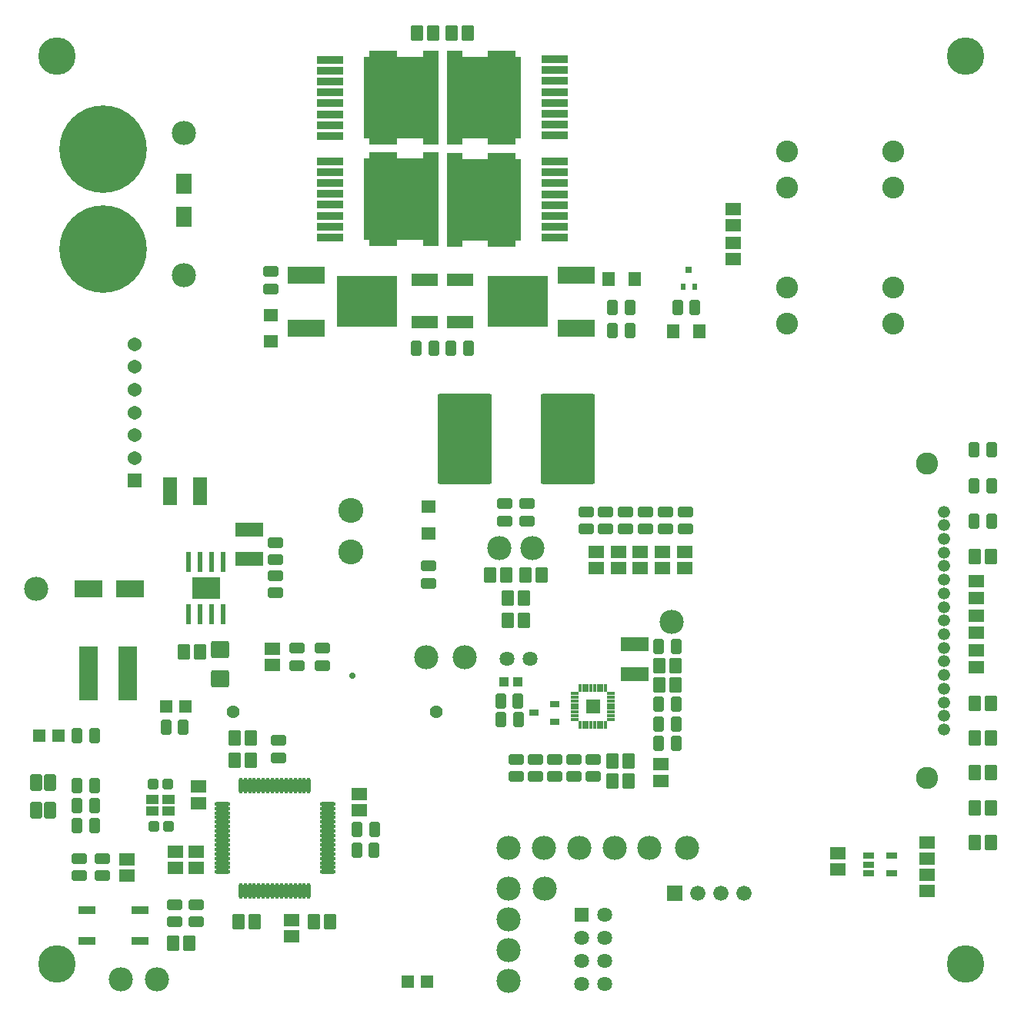
<source format=gts>
G04*
G04 #@! TF.GenerationSoftware,Altium Limited,Altium Designer,20.1.11 (218)*
G04*
G04 Layer_Color=8388736*
%FSAX25Y25*%
%MOIN*%
G70*
G04*
G04 #@! TF.SameCoordinates,67A62120-44F4-422E-8626-A4E8A68DA6A5*
G04*
G04*
G04 #@! TF.FilePolarity,Negative*
G04*
G01*
G75*
%ADD20R,0.12205X0.09449*%
G04:AMPARAMS|DCode=48|XSize=236.22mil|YSize=393.7mil|CornerRadius=11.81mil|HoleSize=0mil|Usage=FLASHONLY|Rotation=0.000|XOffset=0mil|YOffset=0mil|HoleType=Round|Shape=RoundedRectangle|*
%AMROUNDEDRECTD48*
21,1,0.23622,0.37008,0,0,0.0*
21,1,0.21260,0.39370,0,0,0.0*
1,1,0.02362,0.10630,-0.18504*
1,1,0.02362,-0.10630,-0.18504*
1,1,0.02362,-0.10630,0.18504*
1,1,0.02362,0.10630,0.18504*
%
%ADD48ROUNDEDRECTD48*%
%ADD55R,0.07900X0.23600*%
%ADD60R,0.11900X0.07200*%
G04:AMPARAMS|DCode=63|XSize=46.34mil|YSize=64.06mil|CornerRadius=6.63mil|HoleSize=0mil|Usage=FLASHONLY|Rotation=180.000|XOffset=0mil|YOffset=0mil|HoleType=Round|Shape=RoundedRectangle|*
%AMROUNDEDRECTD63*
21,1,0.04634,0.05079,0,0,180.0*
21,1,0.03307,0.06406,0,0,180.0*
1,1,0.01327,-0.01654,0.02539*
1,1,0.01327,0.01654,0.02539*
1,1,0.01327,0.01654,-0.02539*
1,1,0.01327,-0.01654,-0.02539*
%
%ADD63ROUNDEDRECTD63*%
%ADD64R,0.12311X0.06406*%
G04:AMPARAMS|DCode=65|XSize=46.34mil|YSize=64.06mil|CornerRadius=6.63mil|HoleSize=0mil|Usage=FLASHONLY|Rotation=90.000|XOffset=0mil|YOffset=0mil|HoleType=Round|Shape=RoundedRectangle|*
%AMROUNDEDRECTD65*
21,1,0.04634,0.05079,0,0,90.0*
21,1,0.03307,0.06406,0,0,90.0*
1,1,0.01327,0.02539,0.01654*
1,1,0.01327,0.02539,-0.01654*
1,1,0.01327,-0.02539,-0.01654*
1,1,0.01327,-0.02539,0.01654*
%
%ADD65ROUNDEDRECTD65*%
%ADD66R,0.02862X0.35539*%
%ADD67R,0.11917X0.40657*%
%ADD68R,0.12114X0.35539*%
%ADD69R,0.06996X0.40657*%
%ADD70R,0.11524X0.03650*%
%ADD71R,0.05224X0.05224*%
G04:AMPARAMS|DCode=72|XSize=54.21mil|YSize=67.99mil|CornerRadius=7.42mil|HoleSize=0mil|Usage=FLASHONLY|Rotation=180.000|XOffset=0mil|YOffset=0mil|HoleType=Round|Shape=RoundedRectangle|*
%AMROUNDEDRECTD72*
21,1,0.05421,0.05315,0,0,180.0*
21,1,0.03937,0.06799,0,0,180.0*
1,1,0.01484,-0.01968,0.02657*
1,1,0.01484,0.01968,0.02657*
1,1,0.01484,0.01968,-0.02657*
1,1,0.01484,-0.01968,-0.02657*
%
%ADD72ROUNDEDRECTD72*%
G04:AMPARAMS|DCode=73|XSize=54.21mil|YSize=67.99mil|CornerRadius=7.42mil|HoleSize=0mil|Usage=FLASHONLY|Rotation=90.000|XOffset=0mil|YOffset=0mil|HoleType=Round|Shape=RoundedRectangle|*
%AMROUNDEDRECTD73*
21,1,0.05421,0.05315,0,0,90.0*
21,1,0.03937,0.06799,0,0,90.0*
1,1,0.01484,0.02657,0.01968*
1,1,0.01484,0.02657,-0.01968*
1,1,0.01484,-0.02657,-0.01968*
1,1,0.01484,-0.02657,0.01968*
%
%ADD73ROUNDEDRECTD73*%
G04:AMPARAMS|DCode=74|XSize=48.31mil|YSize=44.37mil|CornerRadius=6.44mil|HoleSize=0mil|Usage=FLASHONLY|Rotation=270.000|XOffset=0mil|YOffset=0mil|HoleType=Round|Shape=RoundedRectangle|*
%AMROUNDEDRECTD74*
21,1,0.04831,0.03150,0,0,270.0*
21,1,0.03543,0.04437,0,0,270.0*
1,1,0.01287,-0.01575,-0.01772*
1,1,0.01287,-0.01575,0.01772*
1,1,0.01287,0.01575,0.01772*
1,1,0.01287,0.01575,-0.01772*
%
%ADD74ROUNDEDRECTD74*%
%ADD75R,0.05224X0.04437*%
%ADD76R,0.04831X0.02862*%
%ADD77R,0.06012X0.06012*%
%ADD78R,0.01366X0.03413*%
%ADD79R,0.03413X0.01366*%
%ADD80R,0.01968X0.08661*%
%ADD81O,0.01681X0.06799*%
%ADD82O,0.06799X0.01681*%
%ADD83R,0.07193X0.03650*%
%ADD84R,0.04043X0.04437*%
%ADD85R,0.04043X0.04437*%
G04:AMPARAMS|DCode=86|XSize=75.87mil|YSize=162.48mil|CornerRadius=9.59mil|HoleSize=0mil|Usage=FLASHONLY|Rotation=90.000|XOffset=0mil|YOffset=0mil|HoleType=Round|Shape=RoundedRectangle|*
%AMROUNDEDRECTD86*
21,1,0.07587,0.14331,0,0,90.0*
21,1,0.05669,0.16248,0,0,90.0*
1,1,0.01917,0.07165,0.02835*
1,1,0.01917,0.07165,-0.02835*
1,1,0.01917,-0.07165,-0.02835*
1,1,0.01917,-0.07165,0.02835*
%
%ADD86ROUNDEDRECTD86*%
%ADD87R,0.04043X0.02862*%
%ADD88R,0.02468X0.02665*%
%ADD89R,0.02862X0.02665*%
%ADD90R,0.26091X0.22350*%
%ADD91R,0.11721X0.05421*%
%ADD92R,0.06917X0.09084*%
%ADD93R,0.06012X0.05618*%
%ADD94R,0.05618X0.06012*%
G04:AMPARAMS|DCode=95|XSize=50.28mil|YSize=71.93mil|CornerRadius=7.03mil|HoleSize=0mil|Usage=FLASHONLY|Rotation=180.000|XOffset=0mil|YOffset=0mil|HoleType=Round|Shape=RoundedRectangle|*
%AMROUNDEDRECTD95*
21,1,0.05028,0.05787,0,0,180.0*
21,1,0.03622,0.07193,0,0,180.0*
1,1,0.01406,-0.01811,0.02894*
1,1,0.01406,0.01811,0.02894*
1,1,0.01406,0.01811,-0.02894*
1,1,0.01406,-0.01811,-0.02894*
%
%ADD95ROUNDEDRECTD95*%
G04:AMPARAMS|DCode=96|XSize=79.8mil|YSize=73.9mil|CornerRadius=9.39mil|HoleSize=0mil|Usage=FLASHONLY|Rotation=180.000|XOffset=0mil|YOffset=0mil|HoleType=Round|Shape=RoundedRectangle|*
%AMROUNDEDRECTD96*
21,1,0.07980,0.05512,0,0,180.0*
21,1,0.06102,0.07390,0,0,180.0*
1,1,0.01878,-0.03051,0.02756*
1,1,0.01878,0.03051,0.02756*
1,1,0.01878,0.03051,-0.02756*
1,1,0.01878,-0.03051,-0.02756*
%
%ADD96ROUNDEDRECTD96*%
%ADD97R,0.06406X0.12311*%
%ADD98C,0.06602*%
%ADD99R,0.06602X0.06602*%
%ADD100C,0.10500*%
%ADD101C,0.05224*%
%ADD102C,0.09594*%
%ADD103C,0.05618*%
%ADD104C,0.09500*%
%ADD105R,0.06043X0.06043*%
%ADD106C,0.06043*%
%ADD107C,0.10835*%
%ADD108C,0.02500*%
%ADD109C,0.06406*%
%ADD110C,0.16248*%
%ADD111R,0.06406X0.06406*%
%ADD112C,0.37902*%
%ADD113C,0.02900*%
D20*
X0064601Y-0230782D02*
D03*
D48*
X0221301Y-0166123D02*
D03*
X0176701D02*
D03*
D55*
X0013700Y-0267701D02*
D03*
X0030700D02*
D03*
D60*
X0031650Y-0231001D02*
D03*
X0013550D02*
D03*
D63*
X0170804Y-0126701D02*
D03*
X0178324D02*
D03*
X0397361Y-0186360D02*
D03*
X0404881D02*
D03*
X0276443Y-0109101D02*
D03*
X0268924D02*
D03*
X0248360D02*
D03*
X0240840D02*
D03*
X0047276Y-0291036D02*
D03*
X0054795D02*
D03*
X0397361Y-0170901D02*
D03*
X0404881D02*
D03*
X0397361Y-0201820D02*
D03*
X0404881D02*
D03*
X0192485Y-0287897D02*
D03*
X0200004D02*
D03*
X0199804Y-0279635D02*
D03*
X0192285D02*
D03*
X0248360Y-0119001D02*
D03*
X0240840D02*
D03*
X0260745Y-0298035D02*
D03*
X0268264D02*
D03*
X0260745Y-0289635D02*
D03*
X0268264D02*
D03*
X0260745Y-0281235D02*
D03*
X0268264D02*
D03*
Y-0256035D02*
D03*
X0260745D02*
D03*
X0155776Y-0126701D02*
D03*
X0163296D02*
D03*
X0130065Y-0335504D02*
D03*
X0137584D02*
D03*
X0129965Y-0344404D02*
D03*
X0137484D02*
D03*
X0008750Y-0325004D02*
D03*
X0016270D02*
D03*
X0016270Y-0316504D02*
D03*
X0008750D02*
D03*
Y-0294801D02*
D03*
X0016270D02*
D03*
X0008750Y-0333604D02*
D03*
X0016270D02*
D03*
D64*
X0083380Y-0205313D02*
D03*
Y-0218108D02*
D03*
X0250304Y-0255209D02*
D03*
Y-0268004D02*
D03*
D65*
X0060206Y-0367989D02*
D03*
Y-0375509D02*
D03*
X0051043Y-0367944D02*
D03*
Y-0375464D02*
D03*
X0094537Y-0210979D02*
D03*
Y-0218499D02*
D03*
X0094570Y-0232791D02*
D03*
Y-0225271D02*
D03*
X0096061Y-0304288D02*
D03*
Y-0296768D02*
D03*
X0009650Y-0355570D02*
D03*
Y-0348050D02*
D03*
X0019660D02*
D03*
Y-0355570D02*
D03*
X0115065Y-0256821D02*
D03*
Y-0264340D02*
D03*
X0104125Y-0256821D02*
D03*
Y-0264340D02*
D03*
X0203610Y-0194239D02*
D03*
Y-0201759D02*
D03*
X0194077Y-0194239D02*
D03*
Y-0201759D02*
D03*
X0199004Y-0312495D02*
D03*
Y-0304976D02*
D03*
X0232404D02*
D03*
Y-0312495D02*
D03*
X0224054Y-0304976D02*
D03*
Y-0312495D02*
D03*
X0207354D02*
D03*
Y-0304976D02*
D03*
X0229229Y-0197729D02*
D03*
Y-0205249D02*
D03*
X0215704Y-0304976D02*
D03*
Y-0312495D02*
D03*
X0237829Y-0197729D02*
D03*
Y-0205249D02*
D03*
X0246429Y-0197729D02*
D03*
Y-0205249D02*
D03*
X0255029Y-0197729D02*
D03*
Y-0205249D02*
D03*
X0263629Y-0197729D02*
D03*
Y-0205249D02*
D03*
X0272229Y-0197729D02*
D03*
Y-0205249D02*
D03*
X0160950Y-0228623D02*
D03*
Y-0221104D02*
D03*
X0092800Y-0093528D02*
D03*
Y-0101048D02*
D03*
D66*
X0199702Y-0018001D02*
D03*
X0134398Y-0062201D02*
D03*
X0199702Y-0062301D02*
D03*
X0134398Y-0018201D02*
D03*
D67*
X0192812Y-0018001D02*
D03*
X0141288Y-0062201D02*
D03*
X0192812Y-0062301D02*
D03*
X0141288Y-0018201D02*
D03*
D68*
X0181296Y-0018001D02*
D03*
X0152804Y-0062201D02*
D03*
X0181296Y-0062301D02*
D03*
X0152804Y-0018201D02*
D03*
D69*
X0172241Y-0018001D02*
D03*
X0161859Y-0062201D02*
D03*
X0172241Y-0062301D02*
D03*
X0161859Y-0018201D02*
D03*
D70*
X0215765Y-0001465D02*
D03*
Y-0006190D02*
D03*
Y-0010914D02*
D03*
Y-0015639D02*
D03*
Y-0020363D02*
D03*
Y-0025087D02*
D03*
Y-0029812D02*
D03*
Y-0034536D02*
D03*
X0118335Y-0078736D02*
D03*
Y-0074012D02*
D03*
Y-0069287D02*
D03*
Y-0064563D02*
D03*
Y-0059839D02*
D03*
Y-0055114D02*
D03*
Y-0050390D02*
D03*
Y-0045665D02*
D03*
X0215765Y-0045765D02*
D03*
Y-0050490D02*
D03*
Y-0055214D02*
D03*
Y-0059939D02*
D03*
Y-0064663D02*
D03*
Y-0069387D02*
D03*
Y-0074112D02*
D03*
Y-0078836D02*
D03*
X0118335Y-0034736D02*
D03*
Y-0030012D02*
D03*
Y-0025287D02*
D03*
Y-0020563D02*
D03*
Y-0015839D02*
D03*
Y-0011114D02*
D03*
Y-0006390D02*
D03*
Y-0001665D02*
D03*
D71*
X0151966Y-0401401D02*
D03*
X0160234D02*
D03*
X0047425Y-0282163D02*
D03*
X0055693D02*
D03*
X0000602Y-0294801D02*
D03*
X-0007665D02*
D03*
D72*
X0397676Y-0310880D02*
D03*
X0404724D02*
D03*
X0178166Y0009799D02*
D03*
X0171119D02*
D03*
X0162981D02*
D03*
X0155934D02*
D03*
X0397676Y-0280701D02*
D03*
X0404724D02*
D03*
X0397676Y-0295790D02*
D03*
X0404724D02*
D03*
X0397676Y-0325969D02*
D03*
X0404724D02*
D03*
X0397676Y-0341059D02*
D03*
X0404724D02*
D03*
Y-0217201D02*
D03*
X0397676D02*
D03*
X0202463Y-0235244D02*
D03*
X0195416D02*
D03*
X0202463Y-0244779D02*
D03*
X0195416D02*
D03*
X0203020Y-0225059D02*
D03*
X0210067D02*
D03*
X0187620D02*
D03*
X0194668D02*
D03*
X0267949Y-0264357D02*
D03*
X0260902D02*
D03*
X0240685Y-0314468D02*
D03*
X0247733D02*
D03*
X0267949Y-0272757D02*
D03*
X0260902D02*
D03*
X0240685Y-0305868D02*
D03*
X0247733D02*
D03*
X0062100Y-0258401D02*
D03*
X0055053D02*
D03*
X0057500Y-0384601D02*
D03*
X0050453D02*
D03*
X0076938Y-0295604D02*
D03*
X0083985D02*
D03*
X0118294Y-0375298D02*
D03*
X0111246D02*
D03*
X0085812Y-0375528D02*
D03*
X0078765D02*
D03*
X0076938Y-0305504D02*
D03*
X0083985D02*
D03*
D73*
X0101556Y-0374629D02*
D03*
Y-0381676D02*
D03*
X0060206Y-0344982D02*
D03*
Y-0352029D02*
D03*
X0051240Y-0344982D02*
D03*
Y-0352029D02*
D03*
X0030200Y-0348444D02*
D03*
Y-0355491D02*
D03*
X0377125Y-0340984D02*
D03*
Y-0348031D02*
D03*
Y-0362198D02*
D03*
Y-0355151D02*
D03*
X0338300Y-0345801D02*
D03*
Y-0352848D02*
D03*
X0398346Y-0234924D02*
D03*
Y-0227877D02*
D03*
Y-0249924D02*
D03*
Y-0242877D02*
D03*
Y-0264924D02*
D03*
Y-0257877D02*
D03*
X0293065Y-0081121D02*
D03*
Y-0088168D02*
D03*
X0233629Y-0222252D02*
D03*
Y-0215205D02*
D03*
X0243229D02*
D03*
Y-0222252D02*
D03*
X0252829D02*
D03*
Y-0215205D02*
D03*
X0293065Y-0066420D02*
D03*
Y-0073468D02*
D03*
X0262429Y-0215205D02*
D03*
Y-0222252D02*
D03*
X0261729Y-0307223D02*
D03*
Y-0314270D02*
D03*
X0272029Y-0222252D02*
D03*
Y-0215205D02*
D03*
X0093265Y-0257135D02*
D03*
Y-0264183D02*
D03*
X0061325Y-0323964D02*
D03*
Y-0316917D02*
D03*
X0131165Y-0320080D02*
D03*
Y-0327128D02*
D03*
D74*
X0041898Y-0334224D02*
D03*
X0048197D02*
D03*
X0048099Y-0315701D02*
D03*
X0041800D02*
D03*
D75*
X0041504Y-0322439D02*
D03*
Y-0327557D02*
D03*
X0048197Y-0327558D02*
D03*
X0048197Y-0322439D02*
D03*
D76*
X0351690Y-0346870D02*
D03*
Y-0350610D02*
D03*
Y-0354350D02*
D03*
X0361761D02*
D03*
Y-0346870D02*
D03*
D77*
X0232191Y-0282081D02*
D03*
D78*
X0237703Y-0289935D02*
D03*
X0236128D02*
D03*
X0234553D02*
D03*
X0232978D02*
D03*
X0231404D02*
D03*
X0229829D02*
D03*
X0228254D02*
D03*
X0226679D02*
D03*
Y-0274227D02*
D03*
X0228254D02*
D03*
X0229829D02*
D03*
X0231404D02*
D03*
X0232978D02*
D03*
X0234553D02*
D03*
X0236128D02*
D03*
X0237703D02*
D03*
D79*
X0240045Y-0276569D02*
D03*
Y-0278144D02*
D03*
Y-0279719D02*
D03*
Y-0281294D02*
D03*
Y-0282868D02*
D03*
Y-0284443D02*
D03*
Y-0286018D02*
D03*
Y-0287593D02*
D03*
X0224337D02*
D03*
Y-0286018D02*
D03*
Y-0284443D02*
D03*
Y-0282868D02*
D03*
Y-0281294D02*
D03*
Y-0279719D02*
D03*
Y-0278144D02*
D03*
Y-0276569D02*
D03*
D80*
X0057100Y-0242101D02*
D03*
X0062100D02*
D03*
X0067100D02*
D03*
X0072100D02*
D03*
Y-0219463D02*
D03*
X0067100D02*
D03*
X0062100D02*
D03*
X0057100D02*
D03*
D81*
X0079601Y-0316269D02*
D03*
X0081569D02*
D03*
X0083538D02*
D03*
X0085506D02*
D03*
X0087475D02*
D03*
X0089443D02*
D03*
X0091412D02*
D03*
X0093380D02*
D03*
X0095349D02*
D03*
X0097317D02*
D03*
X0099286D02*
D03*
X0101254D02*
D03*
X0103223D02*
D03*
X0105191D02*
D03*
X0107160D02*
D03*
X0109128D02*
D03*
Y-0361939D02*
D03*
X0107160D02*
D03*
X0105191D02*
D03*
X0103223D02*
D03*
X0101254D02*
D03*
X0099286D02*
D03*
X0097317D02*
D03*
X0095349D02*
D03*
X0093380D02*
D03*
X0091412D02*
D03*
X0089443D02*
D03*
X0087475D02*
D03*
X0085506D02*
D03*
X0083538D02*
D03*
X0081569D02*
D03*
X0079601D02*
D03*
D82*
X0117199Y-0324340D02*
D03*
Y-0326309D02*
D03*
Y-0328277D02*
D03*
Y-0330246D02*
D03*
Y-0332214D02*
D03*
Y-0334183D02*
D03*
Y-0336151D02*
D03*
Y-0338120D02*
D03*
Y-0340088D02*
D03*
Y-0342057D02*
D03*
Y-0344025D02*
D03*
Y-0345994D02*
D03*
Y-0347962D02*
D03*
Y-0349931D02*
D03*
Y-0351899D02*
D03*
Y-0353868D02*
D03*
X0071530D02*
D03*
Y-0351899D02*
D03*
Y-0349931D02*
D03*
Y-0347962D02*
D03*
Y-0345994D02*
D03*
Y-0344025D02*
D03*
Y-0342057D02*
D03*
Y-0340088D02*
D03*
Y-0338120D02*
D03*
Y-0336151D02*
D03*
Y-0334183D02*
D03*
Y-0332214D02*
D03*
Y-0330246D02*
D03*
Y-0328277D02*
D03*
Y-0326309D02*
D03*
Y-0324340D02*
D03*
D83*
X0035965Y-0370511D02*
D03*
Y-0383897D02*
D03*
X0013120Y-0383897D02*
D03*
X0013120Y-0370511D02*
D03*
D84*
X0193545Y-0271423D02*
D03*
D85*
X0199844D02*
D03*
D86*
X0225100Y-0118056D02*
D03*
Y-0094946D02*
D03*
X0107900D02*
D03*
Y-0118056D02*
D03*
D87*
X0206623Y-0284895D02*
D03*
X0215678Y-0281155D02*
D03*
Y-0288635D02*
D03*
D88*
X0271198Y-0100083D02*
D03*
X0276316D02*
D03*
D89*
X0273757Y-0092800D02*
D03*
D90*
X0134300Y-0106317D02*
D03*
X0199800D02*
D03*
D91*
X0159497Y-0097164D02*
D03*
Y-0115471D02*
D03*
X0174603D02*
D03*
Y-0097164D02*
D03*
D92*
X0055000Y-0069912D02*
D03*
Y-0055288D02*
D03*
D93*
X0092800Y-0112347D02*
D03*
Y-0123765D02*
D03*
X0160950Y-0195523D02*
D03*
Y-0206941D02*
D03*
D94*
X0278392Y-0119401D02*
D03*
X0266975D02*
D03*
X0250309Y-0096817D02*
D03*
X0238891D02*
D03*
D95*
X-0008980Y-0315115D02*
D03*
X-0003075D02*
D03*
Y-0326926D02*
D03*
X-0008980D02*
D03*
D96*
X0070665Y-0257372D02*
D03*
Y-0269970D02*
D03*
D97*
X0049135Y-0188604D02*
D03*
X0061930D02*
D03*
D98*
X0297800Y-0363001D02*
D03*
X0287800D02*
D03*
X0277800D02*
D03*
D99*
X0267800D02*
D03*
D100*
X0195780Y-0374401D02*
D03*
X-0008825Y-0231001D02*
D03*
X0159990Y-0260901D02*
D03*
X0043400Y-0400501D02*
D03*
X0027700D02*
D03*
X0195700Y-0361101D02*
D03*
X0211300D02*
D03*
X0176700Y-0260901D02*
D03*
X0205894Y-0213359D02*
D03*
X0191794D02*
D03*
X0055000Y-0095071D02*
D03*
X0226297Y-0343401D02*
D03*
X0241545D02*
D03*
X0256794D02*
D03*
X0273000D02*
D03*
X0266210Y-0245311D02*
D03*
X0055000Y-0033301D02*
D03*
X0211048Y-0343401D02*
D03*
X0195700Y-0401001D02*
D03*
Y-0387701D02*
D03*
X0195800Y-0343401D02*
D03*
D101*
X0384268Y-0292107D02*
D03*
Y-0286201D02*
D03*
Y-0280296D02*
D03*
Y-0274390D02*
D03*
Y-0268485D02*
D03*
Y-0262579D02*
D03*
Y-0256674D02*
D03*
Y-0250768D02*
D03*
Y-0244863D02*
D03*
Y-0238957D02*
D03*
Y-0233052D02*
D03*
Y-0227146D02*
D03*
Y-0221241D02*
D03*
Y-0215335D02*
D03*
Y-0209430D02*
D03*
Y-0203524D02*
D03*
Y-0197619D02*
D03*
D102*
X0377181Y-0312973D02*
D03*
Y-0176753D02*
D03*
D103*
X0164443Y-0284390D02*
D03*
X0076254D02*
D03*
D104*
X0362217Y-0100308D02*
D03*
X0316217Y-0057001D02*
D03*
Y-0100308D02*
D03*
Y-0116056D02*
D03*
X0362217D02*
D03*
X0316217Y-0041253D02*
D03*
X0362217Y-0057001D02*
D03*
Y-0041253D02*
D03*
D105*
X0033669Y-0184128D02*
D03*
D106*
Y-0174286D02*
D03*
Y-0164443D02*
D03*
Y-0154601D02*
D03*
Y-0144758D02*
D03*
Y-0134916D02*
D03*
Y-0125073D02*
D03*
D107*
X0127265Y-0197004D02*
D03*
Y-0215114D02*
D03*
D108*
X0232191Y-0282081D02*
D03*
D109*
X0194878Y-0261435D02*
D03*
X0204878D02*
D03*
X0227200Y-0382301D02*
D03*
Y-0392301D02*
D03*
Y-0402301D02*
D03*
X0237200Y-0372301D02*
D03*
Y-0382301D02*
D03*
Y-0392301D02*
D03*
Y-0402301D02*
D03*
D110*
X0393701Y-0393701D02*
D03*
Y0000000D02*
D03*
X0000000D02*
D03*
Y-0393701D02*
D03*
D111*
X0227200Y-0372301D02*
D03*
D112*
X0020100Y-0040501D02*
D03*
Y-0083808D02*
D03*
D113*
X0128150Y-0268911D02*
D03*
M02*

</source>
